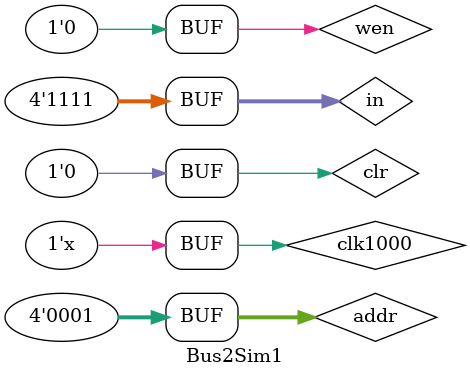
<source format=sv>
`timescale 1ns / 1ps
module Bus2Sim1();
    logic wen;
    logic [6:0] a2g;
    logic [7:0] an;
    logic dp;
    logic clk1000;
    logic clr;
    
    initial begin clk1000 = 1; clr = 1; #0.001 clr = 0; end
    always #0.001 clk1000 = ~clk1000;
    
    logic [3:0] addr;
    logic [3:0] in;
    logic [3:0] out;
    RAM RA(clk1000, clr, wen, addr, in, out);
    
    logic [3:0] disp;
    always_comb
        if (wen) disp = in;
        else disp = out;
    SevenSegmentDisplay DS(clk1000, clr, {addr, 12'b0, disp, 12'b0}, an, dp, a2g);
    
    initial
    begin
    addr = 1; in = 1; wen = 1;
    #1 addr = 1; wen = 0;
    #1 addr = 0; in = 15; wen = 1;
    #1 addr = 0; wen = 0;
    #1 addr = 1;
    end
endmodule

</source>
